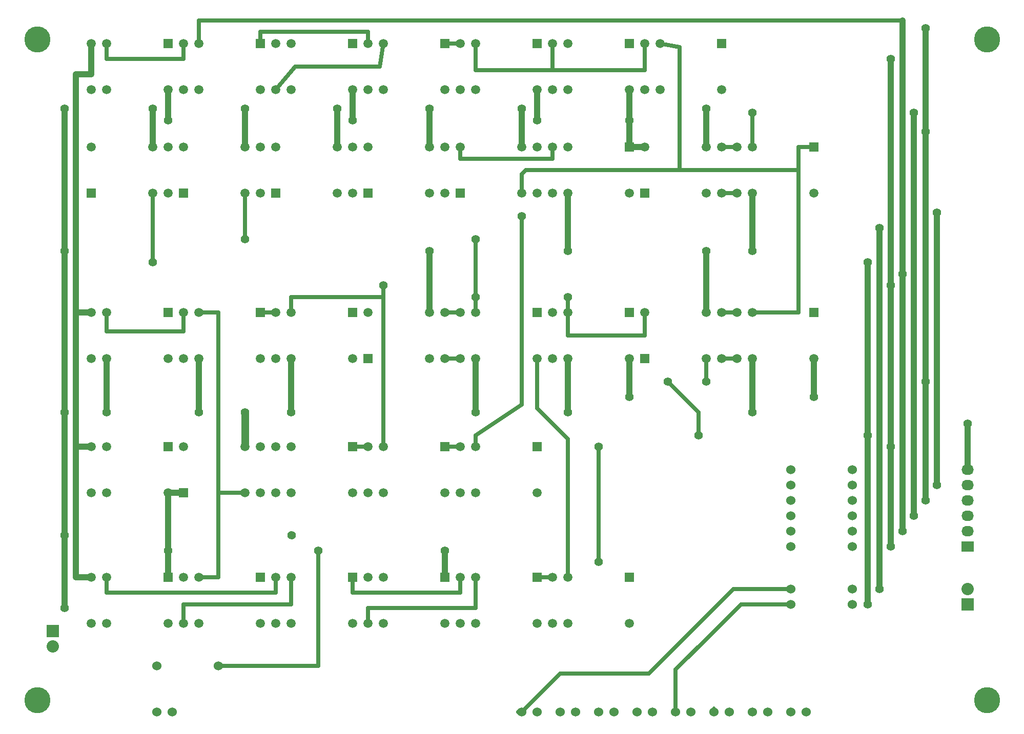
<source format=gbl>
G04 #@! TF.FileFunction,Copper,L2,Bot,Signal*
%FSLAX46Y46*%
G04 Gerber Fmt 4.6, Leading zero omitted, Abs format (unit mm)*
G04 Created by KiCad (PCBNEW (2014-12-04 BZR 5312)-product) date 4/25/2015 12:46:18 PM*
%MOMM*%
G01*
G04 APERTURE LIST*
%ADD10C,0.100000*%
%ADD11C,1.500000*%
%ADD12R,1.500000X1.500000*%
%ADD13C,1.524000*%
%ADD14R,2.032000X2.032000*%
%ADD15O,2.032000X2.032000*%
%ADD16R,2.032000X1.727200*%
%ADD17O,2.032000X1.727200*%
%ADD18C,4.318000*%
%ADD19C,1.422400*%
%ADD20C,1.016000*%
%ADD21C,0.635000*%
%ADD22C,1.270000*%
%ADD23C,0.508000*%
G04 APERTURE END LIST*
D10*
D11*
X75247500Y-136207500D03*
X65087500Y-136207500D03*
X62547500Y-136207500D03*
X62547500Y-128587500D03*
D12*
X75247500Y-128587500D03*
D11*
X65087500Y-128587500D03*
X105727500Y-136207500D03*
X95567500Y-136207500D03*
X93027500Y-136207500D03*
X93027500Y-128587500D03*
D12*
X105727500Y-128587500D03*
D11*
X95567500Y-128587500D03*
X90487500Y-136207500D03*
X80327500Y-136207500D03*
X77787500Y-136207500D03*
X77787500Y-128587500D03*
D12*
X90487500Y-128587500D03*
D11*
X80327500Y-128587500D03*
X136207500Y-136207500D03*
X126047500Y-136207500D03*
X123507500Y-136207500D03*
X123507500Y-128587500D03*
D12*
X136207500Y-128587500D03*
D11*
X126047500Y-128587500D03*
X120967500Y-136207500D03*
X110807500Y-136207500D03*
X108267500Y-136207500D03*
X108267500Y-128587500D03*
D12*
X120967500Y-128587500D03*
D11*
X110807500Y-128587500D03*
X151447500Y-136207500D03*
X141287500Y-136207500D03*
X138747500Y-136207500D03*
X138747500Y-128587500D03*
D12*
X151447500Y-128587500D03*
D11*
X141287500Y-128587500D03*
X75247500Y-114617500D03*
X65087500Y-114617500D03*
X62547500Y-114617500D03*
X62547500Y-106997500D03*
D12*
X75247500Y-106997500D03*
D11*
X65087500Y-106997500D03*
X105727500Y-114617500D03*
X95567500Y-114617500D03*
X93027500Y-114617500D03*
X93027500Y-106997500D03*
D12*
X105727500Y-106997500D03*
D11*
X95567500Y-106997500D03*
X77787500Y-106997500D03*
X87947500Y-106997500D03*
X90487500Y-106997500D03*
X90487500Y-114617500D03*
D12*
X77787500Y-114617500D03*
D11*
X87947500Y-114617500D03*
X120967500Y-114617500D03*
X110807500Y-114617500D03*
X108267500Y-114617500D03*
X108267500Y-106997500D03*
D12*
X120967500Y-106997500D03*
D11*
X110807500Y-106997500D03*
X136207500Y-114617500D03*
X126047500Y-114617500D03*
X123507500Y-114617500D03*
X123507500Y-106997500D03*
D12*
X136207500Y-106997500D03*
D11*
X126047500Y-106997500D03*
X75247500Y-92392500D03*
X65087500Y-92392500D03*
X62547500Y-92392500D03*
X62547500Y-84772500D03*
D12*
X75247500Y-84772500D03*
D11*
X65087500Y-84772500D03*
X90487500Y-92392500D03*
X80327500Y-92392500D03*
X77787500Y-92392500D03*
X77787500Y-84772500D03*
D12*
X90487500Y-84772500D03*
D11*
X80327500Y-84772500D03*
X105727500Y-92392500D03*
X95567500Y-92392500D03*
X93027500Y-92392500D03*
X93027500Y-84772500D03*
D12*
X105727500Y-84772500D03*
D11*
X95567500Y-84772500D03*
X108267500Y-84772500D03*
X118427500Y-84772500D03*
X120967500Y-84772500D03*
X120967500Y-92392500D03*
D12*
X108267500Y-92392500D03*
D11*
X118427500Y-92392500D03*
X151447500Y-92392500D03*
X141287500Y-92392500D03*
X138747500Y-92392500D03*
X138747500Y-84772500D03*
D12*
X151447500Y-84772500D03*
D11*
X141287500Y-84772500D03*
X136207500Y-92392500D03*
X126047500Y-92392500D03*
X123507500Y-92392500D03*
X123507500Y-84772500D03*
D12*
X136207500Y-84772500D03*
D11*
X126047500Y-84772500D03*
X153987500Y-84772500D03*
X164147500Y-84772500D03*
X166687500Y-84772500D03*
X166687500Y-92392500D03*
D12*
X153987500Y-92392500D03*
D11*
X164147500Y-92392500D03*
X181927500Y-92392500D03*
X171767500Y-92392500D03*
X169227500Y-92392500D03*
X169227500Y-84772500D03*
D12*
X181927500Y-84772500D03*
D11*
X171767500Y-84772500D03*
X75247500Y-47942500D03*
X65087500Y-47942500D03*
X62547500Y-47942500D03*
X62547500Y-40322500D03*
D12*
X75247500Y-40322500D03*
D11*
X65087500Y-40322500D03*
X90487500Y-47942500D03*
X80327500Y-47942500D03*
X77787500Y-47942500D03*
X77787500Y-40322500D03*
D12*
X90487500Y-40322500D03*
D11*
X80327500Y-40322500D03*
X105727500Y-47942500D03*
X95567500Y-47942500D03*
X93027500Y-47942500D03*
X93027500Y-40322500D03*
D12*
X105727500Y-40322500D03*
D11*
X95567500Y-40322500D03*
X120967500Y-47942500D03*
X110807500Y-47942500D03*
X108267500Y-47942500D03*
X108267500Y-40322500D03*
D12*
X120967500Y-40322500D03*
D11*
X110807500Y-40322500D03*
X151447500Y-47942500D03*
X141287500Y-47942500D03*
X138747500Y-47942500D03*
X138747500Y-40322500D03*
D12*
X151447500Y-40322500D03*
D11*
X141287500Y-40322500D03*
X136207500Y-47942500D03*
X126047500Y-47942500D03*
X123507500Y-47942500D03*
X123507500Y-40322500D03*
D12*
X136207500Y-40322500D03*
D11*
X126047500Y-40322500D03*
X166687500Y-47942500D03*
X156527500Y-47942500D03*
X153987500Y-47942500D03*
X153987500Y-40322500D03*
D12*
X166687500Y-40322500D03*
D11*
X156527500Y-40322500D03*
X93027500Y-57467500D03*
X103187500Y-57467500D03*
X105727500Y-57467500D03*
X105727500Y-65087500D03*
D12*
X93027500Y-65087500D03*
D11*
X103187500Y-65087500D03*
X62547500Y-57467500D03*
X72707500Y-57467500D03*
X75247500Y-57467500D03*
X75247500Y-65087500D03*
D12*
X62547500Y-65087500D03*
D11*
X72707500Y-65087500D03*
X77787500Y-57467500D03*
X87947500Y-57467500D03*
X90487500Y-57467500D03*
X90487500Y-65087500D03*
D12*
X77787500Y-65087500D03*
D11*
X87947500Y-65087500D03*
X108267500Y-57467500D03*
X118427500Y-57467500D03*
X120967500Y-57467500D03*
X120967500Y-65087500D03*
D12*
X108267500Y-65087500D03*
D11*
X118427500Y-65087500D03*
X123507500Y-57467500D03*
X133667500Y-57467500D03*
X136207500Y-57467500D03*
X136207500Y-65087500D03*
D12*
X123507500Y-65087500D03*
D11*
X133667500Y-65087500D03*
X181927500Y-65087500D03*
X171767500Y-65087500D03*
X169227500Y-65087500D03*
X169227500Y-57467500D03*
D12*
X181927500Y-57467500D03*
D11*
X171767500Y-57467500D03*
X151447500Y-65087500D03*
X141287500Y-65087500D03*
X138747500Y-65087500D03*
X138747500Y-57467500D03*
D12*
X151447500Y-57467500D03*
D11*
X141287500Y-57467500D03*
X153987500Y-57467500D03*
X164147500Y-57467500D03*
X166687500Y-57467500D03*
X166687500Y-65087500D03*
D12*
X153987500Y-65087500D03*
D11*
X164147500Y-65087500D03*
D13*
X73342500Y-143192500D03*
X83502500Y-143192500D03*
X188277500Y-130492500D03*
X178117500Y-130492500D03*
X188277500Y-133032500D03*
X178117500Y-133032500D03*
X188277500Y-110807500D03*
X178117500Y-110807500D03*
X188277500Y-113347500D03*
X178117500Y-113347500D03*
X188277500Y-115887500D03*
X178117500Y-115887500D03*
X188277500Y-118427500D03*
X178117500Y-118427500D03*
X188277500Y-120967500D03*
X178117500Y-120967500D03*
X188277500Y-123507500D03*
X178117500Y-123507500D03*
D14*
X56197500Y-137477500D03*
D15*
X56197500Y-140017500D03*
D14*
X207327500Y-133032500D03*
D15*
X207327500Y-130492500D03*
D16*
X207327500Y-123507500D03*
D17*
X207327500Y-120967500D03*
X207327500Y-118427500D03*
X207327500Y-115887500D03*
X207327500Y-113347500D03*
X207327500Y-110807500D03*
D13*
X75882500Y-150812500D03*
X73342500Y-150812500D03*
X136207500Y-150812500D03*
X133667500Y-150812500D03*
X161607500Y-150812500D03*
X159067500Y-150812500D03*
X142557500Y-150812500D03*
X140017500Y-150812500D03*
X148907500Y-150812500D03*
X146367500Y-150812500D03*
X155257500Y-150812500D03*
X152717500Y-150812500D03*
X167957500Y-150812500D03*
X165417500Y-150812500D03*
X174307500Y-150812500D03*
X171767500Y-150812500D03*
X180657500Y-150812500D03*
X178117500Y-150812500D03*
D18*
X53657500Y-39687500D03*
X53657500Y-148907500D03*
X210502500Y-39687500D03*
X210502500Y-148907500D03*
D19*
X181927500Y-98742500D03*
X151447500Y-98742500D03*
X75247500Y-124142500D03*
X120967500Y-124142500D03*
X136207500Y-53022500D03*
X151447500Y-53022500D03*
X75247500Y-53022500D03*
X105727500Y-53022500D03*
X100012500Y-124142500D03*
X200372200Y-96203892D03*
X164147500Y-96202500D03*
X200342500Y-115887500D03*
X200342500Y-37782500D03*
X200342500Y-54927500D03*
X133667500Y-68897500D03*
X202247500Y-68262500D03*
X202247500Y-113347500D03*
X198437500Y-51752500D03*
X171767500Y-51752500D03*
X198437500Y-118427500D03*
X157797500Y-96202500D03*
X190817500Y-105092500D03*
X162877500Y-105092500D03*
X190817500Y-76517500D03*
X72707500Y-76517500D03*
X190817500Y-133032500D03*
X192722500Y-70802500D03*
X192722500Y-130492500D03*
X58102500Y-74612500D03*
X164147500Y-74612500D03*
X118427500Y-74612500D03*
X141287500Y-74612500D03*
X171767500Y-74612500D03*
X95567500Y-101282500D03*
X80327500Y-101282500D03*
X171767500Y-101282500D03*
X141287500Y-101282500D03*
X126047500Y-101282500D03*
X65087500Y-101282500D03*
X58102500Y-101282500D03*
X87947500Y-101282500D03*
X95631583Y-121601961D03*
X58102500Y-121602500D03*
X164147500Y-51117500D03*
X58102500Y-51117500D03*
X72707500Y-51117500D03*
X87947500Y-51117500D03*
X103187500Y-51117500D03*
X118427500Y-51117500D03*
X133667500Y-51117500D03*
X58102500Y-133667500D03*
X207327500Y-103187500D03*
X194627500Y-42862500D03*
X110807500Y-80327500D03*
X194627500Y-80327500D03*
X194627500Y-123507500D03*
X146367500Y-106997500D03*
X146367500Y-126047500D03*
X194627500Y-106997500D03*
X196532500Y-78422500D03*
X196532500Y-120967500D03*
X126047500Y-72707500D03*
X87947500Y-72707500D03*
X126047500Y-82232500D03*
X141287500Y-82232500D03*
D20*
X181927500Y-92392500D02*
X181927500Y-98742500D01*
X151447500Y-57467500D02*
X151447500Y-53022500D01*
X151447500Y-47942500D02*
X151447500Y-53022500D01*
X153987500Y-57467500D02*
X151447500Y-57467500D01*
X151447500Y-92392500D02*
X151447500Y-98742500D01*
X75247500Y-124142500D02*
X75247500Y-114617500D01*
X75247500Y-124142500D02*
X75247500Y-128587500D01*
X120967500Y-124142500D02*
X120967500Y-128587500D01*
X136207500Y-47942500D02*
X136207500Y-53022500D01*
X75247500Y-47942500D02*
X75247500Y-53022500D01*
X105727500Y-47942500D02*
X105727500Y-53022500D01*
X75247500Y-114617500D02*
X77787500Y-114617500D01*
D21*
X100012500Y-143192500D02*
X100012500Y-124142500D01*
X83502500Y-143192500D02*
X100012500Y-143192500D01*
X164147500Y-92392500D02*
X164147500Y-96202500D01*
D20*
X200372200Y-96203892D02*
X200342500Y-115887500D01*
X200372200Y-37812200D02*
X200342500Y-37782500D01*
X200372200Y-54927500D02*
X200372200Y-37812200D01*
X200372200Y-96203892D02*
X200372200Y-54927500D01*
D21*
X200342500Y-54927500D02*
X200372200Y-54927500D01*
X136207500Y-92392500D02*
X136207500Y-100647500D01*
X141287500Y-105727500D02*
X141287500Y-128587500D01*
X136207500Y-100647500D02*
X141287500Y-105727500D01*
X133667500Y-100012500D02*
X133667500Y-68897500D01*
X126047500Y-106997500D02*
X126047500Y-105092500D01*
X126047500Y-105092500D02*
X133667500Y-100012500D01*
D20*
X202247500Y-68262500D02*
X202247500Y-113347500D01*
D21*
X159702500Y-61277500D02*
X159702500Y-40957500D01*
X159702500Y-40957500D02*
X156527500Y-40322500D01*
X181927500Y-57467500D02*
X179387500Y-57467500D01*
X133667500Y-65087500D02*
X133667500Y-61912500D01*
X134302500Y-61277500D02*
X159702500Y-61277500D01*
X159702500Y-61277500D02*
X179387500Y-61277500D01*
X133667500Y-61912500D02*
X134302500Y-61277500D01*
X179387500Y-61277500D02*
X179387500Y-84772500D01*
X179387500Y-84772500D02*
X171767500Y-84772500D01*
X179387500Y-61277500D02*
X179387500Y-57467500D01*
D20*
X198437500Y-118427500D02*
X198437500Y-51752500D01*
D21*
X171767500Y-57467500D02*
X171767500Y-51752500D01*
D20*
X190817500Y-76517500D02*
X190817500Y-105092500D01*
D21*
X162877500Y-105092500D02*
X162877500Y-101282500D01*
X162877500Y-101282500D02*
X157797500Y-96202500D01*
X72707500Y-65087500D02*
X72707500Y-76517500D01*
D20*
X190817500Y-105092500D02*
X190817500Y-133032500D01*
X192722500Y-70802500D02*
X192722500Y-130492500D01*
X164147500Y-84772500D02*
X164147500Y-74612500D01*
X118427500Y-84772500D02*
X118427500Y-74612500D01*
X141287500Y-65087500D02*
X141287500Y-74612500D01*
X171767500Y-65087500D02*
X171767500Y-74612500D01*
X95567500Y-92392500D02*
X95567500Y-101282500D01*
X80327500Y-92392500D02*
X80327500Y-101282500D01*
X171767500Y-92392500D02*
X171767500Y-101282500D01*
X141287500Y-92392500D02*
X141287500Y-101282500D01*
X126047500Y-92392500D02*
X126047500Y-101282500D01*
X65087500Y-92392500D02*
X65087500Y-101282500D01*
D22*
X87947500Y-106997500D02*
X87947500Y-101282500D01*
X95567500Y-121537878D02*
X95631583Y-121601961D01*
D20*
X164147500Y-57467500D02*
X164147500Y-51117500D01*
X58102500Y-121602500D02*
X58102500Y-101282500D01*
X58102500Y-101282500D02*
X58102500Y-74612500D01*
X58102500Y-74612500D02*
X58102500Y-51117500D01*
X72707500Y-57467500D02*
X72707500Y-51117500D01*
X87947500Y-51117500D02*
X87947500Y-57467500D01*
X103187500Y-57467500D02*
X103187500Y-51117500D01*
X118427500Y-51117500D02*
X118427500Y-57467500D01*
X133667500Y-57467500D02*
X133667500Y-51117500D01*
X58102500Y-121602500D02*
X58102500Y-133667500D01*
D21*
X138747500Y-44767500D02*
X153987500Y-44767500D01*
X126047500Y-44767500D02*
X138747500Y-44767500D01*
X153987500Y-44767500D02*
X153987500Y-40322500D01*
X126047500Y-40322500D02*
X126047500Y-44767500D01*
X138747500Y-40322500D02*
X138747500Y-44767500D01*
D20*
X62547500Y-84772500D02*
X60007500Y-84772500D01*
X60007500Y-104457500D02*
X60007500Y-128587500D01*
X60007500Y-128587500D02*
X62547500Y-128587500D01*
X62547500Y-106997500D02*
X60007500Y-106997500D01*
X60007500Y-106997500D02*
X60007500Y-104457500D01*
X60007500Y-84772500D02*
X60007500Y-45402500D01*
X60007500Y-104457500D02*
X60007500Y-84772500D01*
X62547500Y-45402500D02*
X60007500Y-45402500D01*
X62547500Y-40322500D02*
X62547500Y-45402500D01*
X207327500Y-103187500D02*
X207327500Y-110807500D01*
X194627500Y-80327500D02*
X194627500Y-42862500D01*
D21*
X110807500Y-82232500D02*
X95567500Y-82232500D01*
X110807500Y-106997500D02*
X110807500Y-82232500D01*
X110807500Y-82232500D02*
X110807500Y-80327500D01*
X95567500Y-84772500D02*
X95567500Y-82232500D01*
D20*
X194627500Y-106997500D02*
X194627500Y-123507500D01*
X194627500Y-80327500D02*
X194627500Y-106997500D01*
D21*
X146367500Y-106997500D02*
X146367500Y-126047500D01*
X80327500Y-36512500D02*
X196532500Y-36512500D01*
X80327500Y-36512500D02*
X80327500Y-40322500D01*
D20*
X196532500Y-78422500D02*
X196532500Y-120967500D01*
X196532500Y-78422500D02*
X196532500Y-36512500D01*
D21*
X83502500Y-114617500D02*
X83502500Y-128587500D01*
X83502500Y-84772500D02*
X83502500Y-114617500D01*
X83502500Y-128587500D02*
X80327500Y-128587500D01*
X80327500Y-84772500D02*
X83502500Y-84772500D01*
X83502500Y-114617500D02*
X87947500Y-114617500D01*
X126047500Y-84772500D02*
X126047500Y-82232500D01*
X87947500Y-65087500D02*
X87947500Y-72707500D01*
X126047500Y-72707500D02*
X126047500Y-82232500D01*
X153987500Y-84772500D02*
X153987500Y-88582500D01*
X141287500Y-88582500D02*
X141287500Y-84772500D01*
X153987500Y-88582500D02*
X141287500Y-88582500D01*
X141287500Y-82232500D02*
X141287500Y-84772500D01*
D23*
X165417500Y-150177500D02*
X165417500Y-150812500D01*
D21*
X178117500Y-133032500D02*
X169862500Y-133032500D01*
X169862500Y-133032500D02*
X164782500Y-138112500D01*
X159067500Y-143827500D02*
X159067500Y-150812500D01*
X164782500Y-138112500D02*
X159067500Y-143827500D01*
X178117500Y-130492500D02*
X168592500Y-130492500D01*
X140017500Y-144462500D02*
X133667500Y-150812500D01*
X154622500Y-144462500D02*
X140017500Y-144462500D01*
X168592500Y-130492500D02*
X154622500Y-144462500D01*
X133667500Y-150812500D02*
X133032500Y-150812500D01*
X133032500Y-150812500D02*
X133667500Y-150812500D01*
X169227500Y-57467500D02*
X166687500Y-57467500D01*
X169227500Y-65087500D02*
X166687500Y-65087500D01*
X138747500Y-59372500D02*
X123507500Y-59372500D01*
X123507500Y-59372500D02*
X123507500Y-57467500D01*
X138747500Y-57467500D02*
X138747500Y-59372500D01*
X123507500Y-40322500D02*
X120967500Y-40322500D01*
X90487500Y-38417500D02*
X108267500Y-38417500D01*
X108267500Y-38417500D02*
X108267500Y-40322500D01*
X90487500Y-40322500D02*
X90487500Y-38417500D01*
X96202500Y-44132500D02*
X93027500Y-47942500D01*
X110172500Y-44132500D02*
X96202500Y-44132500D01*
X110807500Y-40322500D02*
X110172500Y-44132500D01*
X65087500Y-42862500D02*
X77787500Y-42862500D01*
X65087500Y-40322500D02*
X65087500Y-42862500D01*
X77787500Y-40322500D02*
X77787500Y-42862500D01*
X169227500Y-92392500D02*
X166687500Y-92392500D01*
X169227500Y-84772500D02*
X166687500Y-84772500D01*
X123507500Y-92392500D02*
X120967500Y-92392500D01*
X123507500Y-84772500D02*
X120967500Y-84772500D01*
X93027500Y-84772500D02*
X90487500Y-84772500D01*
X77787500Y-87947500D02*
X65087500Y-87947500D01*
X65087500Y-87947500D02*
X65087500Y-84772500D01*
X77787500Y-84772500D02*
X77787500Y-87947500D01*
X123507500Y-106997500D02*
X120967500Y-106997500D01*
X108267500Y-106997500D02*
X105727500Y-106997500D01*
X138747500Y-128587500D02*
X136207500Y-128587500D01*
X126047500Y-128587500D02*
X126047500Y-133667500D01*
X108267500Y-133667500D02*
X108267500Y-136207500D01*
X126047500Y-133667500D02*
X108267500Y-133667500D01*
X123507500Y-128587500D02*
X123507500Y-131127500D01*
X105727500Y-131127500D02*
X105727500Y-128587500D01*
X123507500Y-131127500D02*
X105727500Y-131127500D01*
X95567500Y-128587500D02*
X95567500Y-133032500D01*
X77787500Y-133032500D02*
X77787500Y-136207500D01*
X95567500Y-133032500D02*
X77787500Y-133032500D01*
X65087500Y-131127500D02*
X65087500Y-128587500D01*
X93027500Y-128587500D02*
X93027500Y-131127500D01*
X93027500Y-131127500D02*
X65087500Y-131127500D01*
M02*

</source>
